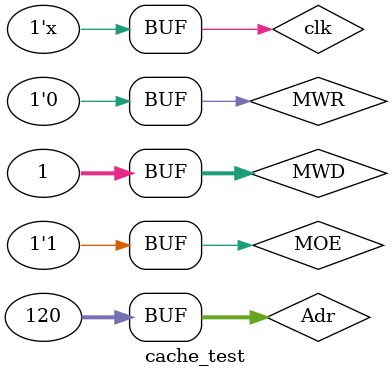
<source format=v>
`timescale 1ns / 1ps

module cache_test();

    reg clk;
    reg MWR;          //Memory Write
    reg MOE;          //Memory Output Enable
    reg [31:0]   Adr; //Adress
    reg[31:0]   MWD; //Data
    wire[31:0]  CRD; //Cache Read Data 
    
    cache temp(.clk(clk), .MWR(MWR), .MOE(MOE), .Adr(Adr), .MWD(MWD), .CRD(CRD));
    
    always #10 clk = ~clk;
    
    initial
    begin
        clk <=0;
        #(10);
        
        Adr <= 31'd120;
        MWD <= 32'b1;
        MWR <=1;
        MOE <=0;
        
        #(10);
        
        Adr <= 31'd110;
        MWR <=1;
        MOE <=0;
        MWD <= 32'b1;
        
        
        #(10);
        Adr <= 31'd120;
        MWR <=0;
        MOE <=1'b1;
        
    end

endmodule

</source>
